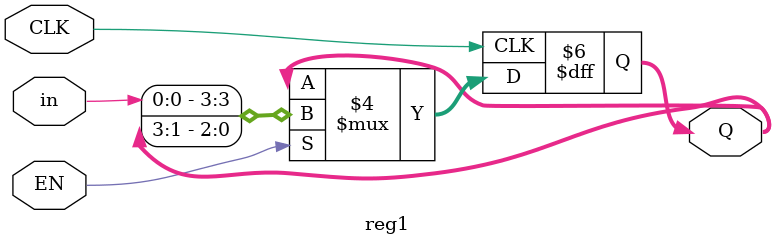
<source format=v>
module reg1(EN, in, CLK, Q);
parameter n = 4; 
input EN; 
input in; 
input CLK; 
output [n-1:0] Q; 
reg [n-1:0] Q;

initial Q = 4'b0101 ;
always @(posedge CLK) 
begin 
	if (EN) 
		Q={in,Q[n-1:1]}; 
		end 
		
endmodule
</source>
